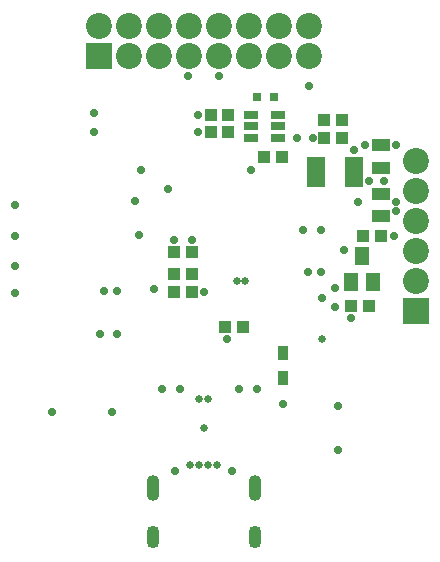
<source format=gbs>
G04*
G04 #@! TF.GenerationSoftware,Altium Limited,Altium Designer,22.9.1 (49)*
G04*
G04 Layer_Color=16711935*
%FSLAX44Y44*%
%MOMM*%
G71*
G04*
G04 #@! TF.SameCoordinates,AC89A68A-B202-40CF-82E1-916CA4805ACC*
G04*
G04*
G04 #@! TF.FilePolarity,Negative*
G04*
G01*
G75*
%ADD18R,1.0000X1.0000*%
%ADD22R,0.8000X0.8000*%
%ADD27O,1.1000X2.2000*%
%ADD28O,1.1000X1.9000*%
%ADD29C,2.2000*%
%ADD30R,2.2000X2.2000*%
%ADD31R,2.2000X2.2000*%
%ADD32C,0.7080*%
%ADD33C,0.6572*%
%ADD57R,1.2000X1.6000*%
%ADD58R,1.5000X1.1000*%
%ADD59R,1.6000X2.6000*%
%ADD60R,1.3000X0.7000*%
%ADD61R,0.8500X1.2600*%
G54D18*
X345000Y218000D02*
D03*
X330000D02*
D03*
X355000Y277000D02*
D03*
X340000D02*
D03*
X322000Y375000D02*
D03*
X307000D02*
D03*
X322000Y360000D02*
D03*
X307000D02*
D03*
X256000Y344000D02*
D03*
X271000D02*
D03*
X211000Y365000D02*
D03*
X226000D02*
D03*
Y380000D02*
D03*
X211000D02*
D03*
X180000Y245000D02*
D03*
X195000D02*
D03*
Y230000D02*
D03*
X180000D02*
D03*
X238000Y200000D02*
D03*
X223000D02*
D03*
X195000Y264000D02*
D03*
X180000D02*
D03*
G54D22*
X265000Y395000D02*
D03*
X250000D02*
D03*
G54D27*
X161750Y63800D02*
D03*
X248250D02*
D03*
G54D28*
X161750Y22000D02*
D03*
X248250D02*
D03*
G54D29*
X293900Y455000D02*
D03*
X141500Y429600D02*
D03*
X166900D02*
D03*
X192300D02*
D03*
X217700D02*
D03*
X243100D02*
D03*
X268500D02*
D03*
X293900D02*
D03*
X116100Y455000D02*
D03*
X141500D02*
D03*
X166900D02*
D03*
X192300D02*
D03*
X217700D02*
D03*
X243100D02*
D03*
X268500D02*
D03*
X385000Y239200D02*
D03*
Y264600D02*
D03*
Y315400D02*
D03*
Y340800D02*
D03*
Y290000D02*
D03*
G54D30*
X116100Y429600D02*
D03*
G54D31*
X385000Y213800D02*
D03*
G54D32*
X366000Y277000D02*
D03*
X200000Y380000D02*
D03*
X181000Y78000D02*
D03*
X229000D02*
D03*
X272000Y135000D02*
D03*
X319000Y96000D02*
D03*
Y133000D02*
D03*
X297580Y360000D02*
D03*
X368000Y306270D02*
D03*
X45000Y229000D02*
D03*
Y303000D02*
D03*
Y277000D02*
D03*
Y252000D02*
D03*
X368000Y298000D02*
D03*
X345000Y324000D02*
D03*
X358000D02*
D03*
X77000Y128000D02*
D03*
X284000Y360000D02*
D03*
X175000Y316920D02*
D03*
X147000Y307000D02*
D03*
X245000Y333000D02*
D03*
X152000D02*
D03*
X112000Y365600D02*
D03*
X225000Y190000D02*
D03*
X180000Y274000D02*
D03*
X127000Y128000D02*
D03*
X163055Y232006D02*
D03*
X150000Y278000D02*
D03*
X112000Y381000D02*
D03*
X121000Y231000D02*
D03*
X132000D02*
D03*
Y194000D02*
D03*
X305000Y225000D02*
D03*
X293000Y247000D02*
D03*
X304000D02*
D03*
X294000Y404000D02*
D03*
X324000Y265000D02*
D03*
X368000Y354000D02*
D03*
X342000D02*
D03*
X205000Y230000D02*
D03*
X195000Y274000D02*
D03*
X200000Y365000D02*
D03*
X235000Y148000D02*
D03*
X250000D02*
D03*
X330000Y208000D02*
D03*
X316000Y217000D02*
D03*
Y233000D02*
D03*
X336000Y306000D02*
D03*
X332000Y350000D02*
D03*
X289000Y282000D02*
D03*
X304000D02*
D03*
X170000Y148000D02*
D03*
X185000D02*
D03*
X218000Y413000D02*
D03*
X192000D02*
D03*
X117000Y194000D02*
D03*
G54D33*
X193570Y82920D02*
D03*
X201190D02*
D03*
X208810D02*
D03*
X216430Y83005D02*
D03*
X205000Y115000D02*
D03*
X233000Y239000D02*
D03*
X240112D02*
D03*
X208556Y139000D02*
D03*
X201444D02*
D03*
X305000Y190000D02*
D03*
G54D57*
X339000Y260000D02*
D03*
X329500Y238000D02*
D03*
X348500D02*
D03*
G54D58*
X355000Y294000D02*
D03*
Y313000D02*
D03*
Y354000D02*
D03*
Y335000D02*
D03*
G54D59*
X300000Y331000D02*
D03*
X332000D02*
D03*
G54D60*
X245000Y360500D02*
D03*
Y370000D02*
D03*
X268000Y379500D02*
D03*
X245000D02*
D03*
X268000Y370000D02*
D03*
Y360500D02*
D03*
G54D61*
X272000Y178000D02*
D03*
Y156600D02*
D03*
M02*

</source>
